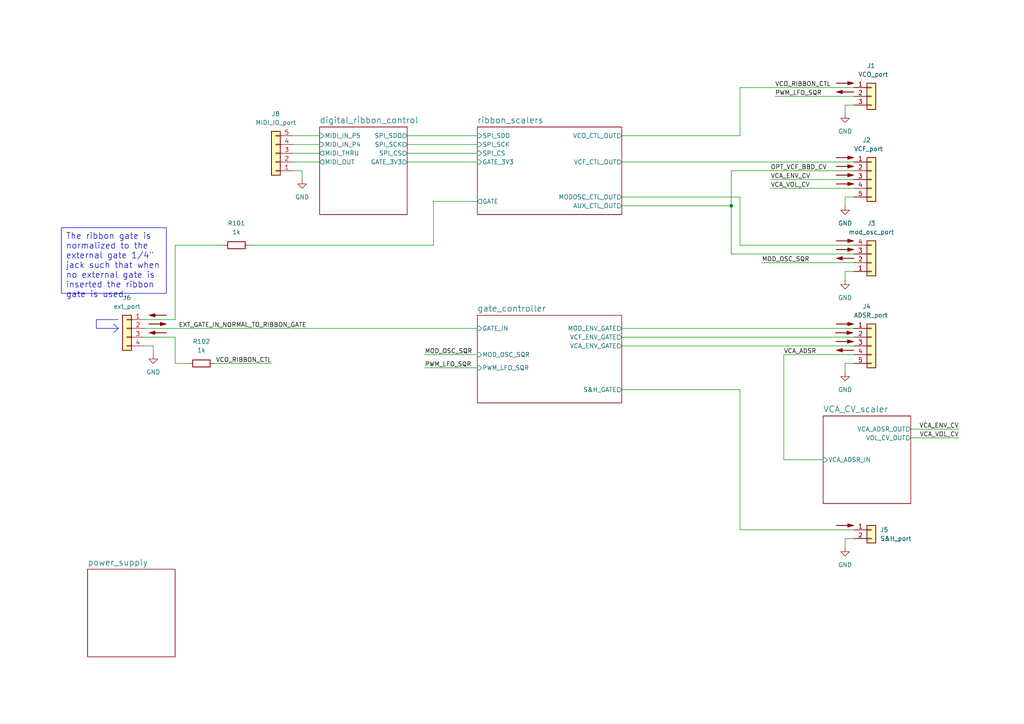
<source format=kicad_sch>
(kicad_sch (version 20230121) (generator eeschema)
  (paper "A4")
  (title_block (title "Josh Ox Ribbon Synth Ribbon board") (date "2023-03-10") (rev "1.0") (comment 1 "creativecommons.org/licences/by/4.0") (comment 2 "license: CC by 4.0") (comment 3 "Author: Jordan Aceto"))
  (lib_symbols
    (symbol "Connector_Generic:Conn_01x02" (pin_names (offset 1.016) hide)
      (property "Reference" "J" (at 0 2.54 0))
      (property "Value" "Conn_01x02" (at 0 -5.08 0))
      (symbol "Conn_01x02_1_1"
        (rectangle (start -1.27 -2.413) (end 0 -2.667) (stroke (width 0.1524)))
        (rectangle (start -1.27 0.127) (end 0 -0.127) (stroke (width 0.1524)))
        (rectangle (start -1.27 1.27) (end 1.27 -3.81) (stroke (width 0.254)) (fill (type background)))
        (pin passive line (at -5.08 0 0) (length 3.81) (name "Pin_1") (number "1"))
        (pin passive line (at -5.08 -2.54 0) (length 3.81) (name "Pin_2") (number "2"))
      )
    )
    (symbol "Connector_Generic:Conn_01x03" (pin_names (offset 1.016) hide)
      (property "Reference" "J" (at 0 5.08 0))
      (property "Value" "Conn_01x03" (at 0 -5.08 0))
      (symbol "Conn_01x03_1_1"
        (rectangle (start -1.27 -2.413) (end 0 -2.667) (stroke (width 0.1524)))
        (rectangle (start -1.27 0.127) (end 0 -0.127) (stroke (width 0.1524)))
        (rectangle (start -1.27 2.667) (end 0 2.413) (stroke (width 0.1524)))
        (rectangle (start -1.27 3.81) (end 1.27 -3.81) (stroke (width 0.254)) (fill (type background)))
        (pin passive line (at -5.08 2.54 0) (length 3.81) (name "Pin_1") (number "1"))
        (pin passive line (at -5.08 0 0) (length 3.81) (name "Pin_2") (number "2"))
        (pin passive line (at -5.08 -2.54 0) (length 3.81) (name "Pin_3") (number "3"))
      )
    )
    (symbol "Connector_Generic:Conn_01x04" (pin_names (offset 1.016) hide)
      (property "Reference" "J" (at 0 5.08 0))
      (property "Value" "Conn_01x04" (at 0 -7.62 0))
      (symbol "Conn_01x04_1_1"
        (rectangle (start -1.27 -4.953) (end 0 -5.207) (stroke (width 0.1524)))
        (rectangle (start -1.27 -2.413) (end 0 -2.667) (stroke (width 0.1524)))
        (rectangle (start -1.27 0.127) (end 0 -0.127) (stroke (width 0.1524)))
        (rectangle (start -1.27 2.667) (end 0 2.413) (stroke (width 0.1524)))
        (rectangle (start -1.27 3.81) (end 1.27 -6.35) (stroke (width 0.254)) (fill (type background)))
        (pin passive line (at -5.08 2.54 0) (length 3.81) (name "Pin_1") (number "1"))
        (pin passive line (at -5.08 0 0) (length 3.81) (name "Pin_2") (number "2"))
        (pin passive line (at -5.08 -2.54 0) (length 3.81) (name "Pin_3") (number "3"))
        (pin passive line (at -5.08 -5.08 0) (length 3.81) (name "Pin_4") (number "4"))
      )
    )
    (symbol "Connector_Generic:Conn_01x05" (pin_names (offset 1.016) hide)
      (property "Reference" "J" (at 0 7.62 0))
      (property "Value" "Conn_01x05" (at 0 -7.62 0))
      (symbol "Conn_01x05_1_1"
        (rectangle (start -1.27 -4.953) (end 0 -5.207) (stroke (width 0.1524)))
        (rectangle (start -1.27 -2.413) (end 0 -2.667) (stroke (width 0.1524)))
        (rectangle (start -1.27 0.127) (end 0 -0.127) (stroke (width 0.1524)))
        (rectangle (start -1.27 2.667) (end 0 2.413) (stroke (width 0.1524)))
        (rectangle (start -1.27 5.207) (end 0 4.953) (stroke (width 0.1524)))
        (rectangle (start -1.27 6.35) (end 1.27 -6.35) (stroke (width 0.254)) (fill (type background)))
        (pin passive line (at -5.08 5.08 0) (length 3.81) (name "Pin_1") (number "1"))
        (pin passive line (at -5.08 2.54 0) (length 3.81) (name "Pin_2") (number "2"))
        (pin passive line (at -5.08 0 0) (length 3.81) (name "Pin_3") (number "3"))
        (pin passive line (at -5.08 -2.54 0) (length 3.81) (name "Pin_4") (number "4"))
        (pin passive line (at -5.08 -5.08 0) (length 3.81) (name "Pin_5") (number "5"))
      )
    )
    (symbol "Device:R" (pin_numbers hide) (pin_names (offset 0))
      (property "Reference" "R" (at 2.032 0 90))
      (property "Value" "R" (at 0 0 90))
      (symbol "R_0_1"
        (rectangle (start -1.016 -2.54) (end 1.016 2.54) (stroke (width 0.254)))
      )
      (symbol "R_1_1"
        (pin passive line (at 0 3.81 270) (length 1.27) (name "~") (number "1"))
        (pin passive line (at 0 -3.81 90) (length 1.27) (name "~") (number "2"))
      )
    )
    (symbol "Graphic:SYM_Arrow_Normal" (in_bom no) (on_board no)
      (symbol "SYM_Arrow_Normal_0_1"
        (polyline (pts (xy 1.524 0) (xy -2.54 0)) (stroke (width 0.254)))
        (polyline (pts (xy 2.54 0) (xy 0.762 -0.508) (xy 0.762 0.508) (xy 2.54 0)) (fill (type outline)))
      )
    )
    (symbol "power:GND" (power) (pin_names (offset 0))
      (property "Value" "GND" (at 0 -3.81 0))
      (symbol "GND_0_1"
        (polyline (pts (xy 0 0) (xy 0 -1.27) (xy 1.27 -1.27) (xy 0 -2.54) (xy -1.27 -1.27) (xy 0 -1.27)))
      )
      (symbol "GND_1_1"
        (pin power_in line (at 0 0 270) (length 0) hide (name "GND") (number "1"))
      )
    )
  )
  (junction (at 212.09 59.69))
  (polyline (pts (xy 27.94 95.25) (xy 34.29 95.25)) (stroke (width 0) (type solid)))
  (wire (pts (xy 44.45 100.33) (xy 41.91 100.33)))
  (wire (pts (xy 87.63 49.53) (xy 85.09 49.53)))
  (wire (pts (xy 180.34 97.79) (xy 247.65 97.79)))
  (wire (pts (xy 214.63 39.37) (xy 214.63 25.4)))
  (wire (pts (xy 223.52 52.07) (xy 247.65 52.07)))
  (wire (pts (xy 214.63 113.03) (xy 214.63 153.67)))
  (wire (pts (xy 180.34 46.99) (xy 247.65 46.99)))
  (wire (pts (xy 118.11 41.91) (xy 138.43 41.91)))
  (wire (pts (xy 245.11 78.74) (xy 247.65 78.74)))
  (wire (pts (xy 245.11 30.48) (xy 245.11 33.02)))
  (wire (pts (xy 212.09 59.69) (xy 212.09 73.66)))
  (wire (pts (xy 50.8 105.41) (xy 54.61 105.41)))
  (wire (pts (xy 245.11 105.41) (xy 247.65 105.41)))
  (wire (pts (xy 85.09 46.99) (xy 92.71 46.99)))
  (wire (pts (xy 220.98 76.2) (xy 247.65 76.2)))
  (wire (pts (xy 278.13 124.46) (xy 264.16 124.46)))
  (wire (pts (xy 118.11 46.99) (xy 138.43 46.99)))
  (wire (pts (xy 245.11 156.21) (xy 247.65 156.21)))
  (wire (pts (xy 180.34 95.25) (xy 247.65 95.25)))
  (wire (pts (xy 118.11 44.45) (xy 138.43 44.45)))
  (wire (pts (xy 214.63 57.15) (xy 214.63 71.12)))
  (wire (pts (xy 85.09 39.37) (xy 92.71 39.37)))
  (wire (pts (xy 247.65 49.53) (xy 212.09 49.53)))
  (wire (pts (xy 180.34 59.69) (xy 212.09 59.69)))
  (wire (pts (xy 245.11 105.41) (xy 245.11 107.95)))
  (wire (pts (xy 247.65 71.12) (xy 214.63 71.12)))
  (polyline (pts (xy 27.94 92.71) (xy 27.94 95.25)) (stroke (width 0) (type solid)))
  (wire (pts (xy 245.11 30.48) (xy 247.65 30.48)))
  (wire (pts (xy 212.09 49.53) (xy 212.09 59.69)))
  (wire (pts (xy 44.45 100.33) (xy 44.45 102.87)))
  (polyline (pts (xy 34.29 92.71) (xy 27.94 92.71)) (stroke (width 0) (type solid)))
  (wire (pts (xy 224.79 27.94) (xy 247.65 27.94)))
  (wire (pts (xy 278.13 127) (xy 264.16 127)))
  (wire (pts (xy 87.63 52.07) (xy 87.63 49.53)))
  (wire (pts (xy 123.19 102.87) (xy 138.43 102.87)))
  (wire (pts (xy 180.34 113.03) (xy 214.63 113.03)))
  (wire (pts (xy 245.11 156.21) (xy 245.11 158.75)))
  (wire (pts (xy 212.09 73.66) (xy 247.65 73.66)))
  (wire (pts (xy 125.73 58.42) (xy 125.73 71.12)))
  (polyline (pts (xy 33.02 96.52) (xy 34.29 95.25)) (stroke (width 0) (type solid)))
  (wire (pts (xy 180.34 100.33) (xy 247.65 100.33)))
  (wire (pts (xy 214.63 57.15) (xy 180.34 57.15)))
  (wire (pts (xy 123.19 106.68) (xy 138.43 106.68)))
  (wire (pts (xy 62.23 105.41) (xy 78.74 105.41)))
  (wire (pts (xy 72.39 71.12) (xy 125.73 71.12)))
  (wire (pts (xy 41.91 95.25) (xy 138.43 95.25)))
  (wire (pts (xy 245.11 57.15) (xy 247.65 57.15)))
  (wire (pts (xy 41.91 92.71) (xy 50.8 92.71)))
  (wire (pts (xy 223.52 54.61) (xy 247.65 54.61)))
  (polyline (pts (xy 33.02 93.98) (xy 34.29 95.25)) (stroke (width 0) (type solid)))
  (wire (pts (xy 245.11 57.15) (xy 245.11 59.69)))
  (wire (pts (xy 50.8 97.79) (xy 50.8 105.41)))
  (wire (pts (xy 85.09 41.91) (xy 92.71 41.91)))
  (wire (pts (xy 227.33 133.35) (xy 227.33 102.87)))
  (wire (pts (xy 227.33 133.35) (xy 238.76 133.35)))
  (wire (pts (xy 41.91 97.79) (xy 50.8 97.79)))
  (wire (pts (xy 50.8 92.71) (xy 50.8 71.12)))
  (wire (pts (xy 245.11 78.74) (xy 245.11 81.28)))
  (wire (pts (xy 85.09 44.45) (xy 92.71 44.45)))
  (wire (pts (xy 214.63 153.67) (xy 247.65 153.67)))
  (wire (pts (xy 138.43 58.42) (xy 125.73 58.42)))
  (wire (pts (xy 118.11 39.37) (xy 138.43 39.37)))
  (wire (pts (xy 50.8 71.12) (xy 64.77 71.12)))
  (wire (pts (xy 227.33 102.87) (xy 247.65 102.87)))
  (wire (pts (xy 214.63 25.4) (xy 247.65 25.4)))
  (wire (pts (xy 214.63 39.37) (xy 180.34 39.37)))
  (text_box "The ribbon gate is normalized to the external gate 1/4\" jack such that when no external gate is inserted the ribbon gate is used." (at 17.78 66.04 0) (size 30.48 19.05) (effects (font (size 1.75 1.75)) (justify left top)))
  (label "PWM_LFO_SQR" (at 224.79 27.94 0))
  (label "OPT_VCF_BBD_CV" (at 223.52 49.53 0))
  (label "VCO_RIBBON_CTL" (at 224.79 25.4 0))
  (label "VCA_ENV_CV" (at 223.52 52.07 0))
  (label "VCA_VOL_CV" (at 278.13 127 180))
  (label "MOD_OSC_SQR" (at 220.98 76.2 0))
  (label "VCA_ADSR" (at 227.33 102.87 0))
  (label "EXT_GATE_IN_NORMAL_TO_RIBBON_GATE" (at 88.9 95.25 180))
  (label "MOD_OSC_SQR" (at 123.19 102.87 0))
  (label "VCA_ENV_CV" (at 278.13 124.46 180))
  (label "PWM_LFO_SQR" (at 123.19 106.68 0))
  (label "VCA_VOL_CV" (at 223.52 54.61 0))
  (label "VCO_RIBBON_CTL" (at 78.74 105.41 180))
  (symbol (lib_id "Graphic:SYM_Arrow_Normal") (at 45.72 96.52 180) (unit 1)
    (property "Reference" "#SYM103" (effects hide))
    (property "Value" "SYM_Arrow_Normal" (effects hide))
    (property "Sim.Enable" "0" (effects hide))
  )
  (symbol (lib_id "power:GND") (at 44.45 102.87 0) (mirror y) (unit 1)
    (property "Reference" "#PWR0101" (effects hide))
    (property "Value" "GND" (at 44.45 107.95 0))
  )
  (symbol (lib_id "Device:R") (at 68.58 71.12 90) (unit 1)
    (property "Reference" "R101" (at 68.58 64.77 90))
    (property "Value" "1k" (at 68.58 67.31 90))
    (property "Footprint" "Resistor_SMD:R_0805_2012Metric" (effects hide))
  )
  (symbol (lib_id "Device:R") (at 58.42 105.41 90) (unit 1)
    (property "Reference" "R102" (at 58.42 99.06 90))
    (property "Value" "1k" (at 58.42 101.6 90))
    (property "Footprint" "Resistor_SMD:R_0805_2012Metric" (effects hide))
  )
  (symbol (lib_id "Connector_Generic:Conn_01x02") (at 252.73 153.67 0) (unit 1)
    (property "Reference" "J5" (at 255.27 153.6699 0) (effects (justify left)))
    (property "Value" "S&H_port" (at 255.27 156.2099 0) (effects (justify left)))
    (property "Footprint" "Connector_Molex:Molex_KK-254_AE-6410-02A_1x02_P2.54mm_Vertical" (effects hide))
  )
  (symbol (lib_id "Graphic:SYM_Arrow_Normal") (at 245.11 93.98 0) (unit 1)
    (property "Reference" "#SYM114" (effects hide))
    (property "Value" "SYM_Arrow_Normal" (effects hide))
    (property "Sim.Enable" "0" (effects hide))
  )
  (symbol (lib_id "Connector_Generic:Conn_01x04") (at 252.73 76.2 0) (mirror x) (unit 1)
    (property "Reference" "J3" (at 252.73 64.77 0))
    (property "Value" "mod_osc_port" (at 252.73 67.31 0))
    (property "Footprint" "Connector_Molex:Molex_KK-254_AE-6410-04A_1x04_P2.54mm_Vertical" (effects hide))
  )
  (symbol (lib_id "Graphic:SYM_Arrow_Normal") (at 245.0388 99.06 0) (unit 1)
    (property "Reference" "#SYM105" (effects hide))
    (property "Value" "SYM_Arrow_Normal" (effects hide))
    (property "Sim.Enable" "0" (effects hide))
  )
  (symbol (lib_id "Graphic:SYM_Arrow_Normal") (at 245.11 74.93 180) (unit 1)
    (property "Reference" "#SYM113" (effects hide))
    (property "Value" "SYM_Arrow_Normal" (effects hide))
    (property "Sim.Enable" "0" (effects hide))
  )
  (symbol (lib_id "Graphic:SYM_Arrow_Normal") (at 245.11 69.85 0) (unit 1)
    (property "Reference" "#SYM112" (effects hide))
    (property "Value" "SYM_Arrow_Normal" (effects hide))
    (property "Sim.Enable" "0" (effects hide))
  )
  (symbol (lib_id "power:GND") (at 245.11 59.69 0) (unit 1)
    (property "Reference" "#PWR0103" (effects hide))
    (property "Value" "GND" (at 245.11 64.77 0))
  )
  (symbol (lib_id "power:GND") (at 87.63 52.07 0) (unit 1)
    (property "Reference" "#PWR0107" (effects hide))
    (property "Value" "GND" (at 87.63 57.15 0))
  )
  (symbol (lib_id "Connector_Generic:Conn_01x05") (at 252.73 52.07 0) (unit 1)
    (property "Reference" "J2" (at 250.19 40.64 0) (effects (justify left)))
    (property "Value" "VCF_port" (at 247.65 43.18 0) (effects (justify left)))
    (property "Footprint" "Connector_Molex:Molex_KK-254_AE-6410-05A_1x05_P2.54mm_Vertical" (effects hide))
  )
  (symbol (lib_id "Graphic:SYM_Arrow_Normal") (at 45.72 93.98 0) (unit 1)
    (property "Reference" "#SYM102" (effects hide))
    (property "Value" "SYM_Arrow_Normal" (effects hide))
    (property "Sim.Enable" "0" (effects hide))
  )
  (symbol (lib_id "Connector_Generic:Conn_01x05") (at 80.01 44.45 180) (unit 1)
    (property "Reference" "J8" (at 80.01 33.02 0))
    (property "Value" "MIDI_IO_port" (at 80.01 35.56 0))
    (property "Footprint" "Connector_Molex:Molex_KK-254_AE-6410-05A_1x05_P2.54mm_Vertical" (effects hide))
  )
  (symbol (lib_id "Connector_Generic:Conn_01x05") (at 252.73 100.33 0) (unit 1)
    (property "Reference" "J4" (at 250.19 88.9 0) (effects (justify left)))
    (property "Value" "ADSR_port" (at 247.65 91.44 0) (effects (justify left)))
    (property "Footprint" "Connector_Molex:Molex_KK-254_AE-6410-05A_1x05_P2.54mm_Vertical" (effects hide))
  )
  (symbol (lib_id "Graphic:SYM_Arrow_Normal") (at 245.0968 50.8 0) (unit 1)
    (property "Reference" "#SYM106" (effects hide))
    (property "Value" "SYM_Arrow_Normal" (effects hide))
    (property "Sim.Enable" "0" (effects hide))
  )
  (symbol (lib_id "Graphic:SYM_Arrow_Normal") (at 245.11 45.72 0) (unit 1)
    (property "Reference" "#SYM109" (effects hide))
    (property "Value" "SYM_Arrow_Normal" (effects hide))
    (property "Sim.Enable" "0" (effects hide))
  )
  (symbol (lib_id "power:GND") (at 245.11 158.75 0) (unit 1)
    (property "Reference" "#PWR0106" (effects hide))
    (property "Value" "GND" (at 245.11 163.83 0))
  )
  (symbol (lib_id "Graphic:SYM_Arrow_Normal") (at 245.11 72.39 0) (unit 1)
    (property "Reference" "#SYM1" (effects hide))
    (property "Value" "SYM_Arrow_Normal" (effects hide))
    (property "Sim.Enable" "0" (effects hide))
  )
  (symbol (lib_id "Graphic:SYM_Arrow_Normal") (at 244.8737 96.52 0) (unit 1)
    (property "Reference" "#SYM104" (effects hide))
    (property "Value" "SYM_Arrow_Normal" (effects hide))
    (property "Sim.Enable" "0" (effects hide))
  )
  (symbol (lib_id "power:GND") (at 245.11 81.28 0) (unit 1)
    (property "Reference" "#PWR0104" (effects hide))
    (property "Value" "GND" (at 245.11 86.36 0))
  )
  (symbol (lib_id "Connector_Generic:Conn_01x03") (at 252.73 27.94 0) (unit 1)
    (property "Reference" "J1" (at 251.46 19.05 0) (effects (justify left)))
    (property "Value" "VCO_port" (at 248.92 21.59 0) (effects (justify left)))
    (property "Footprint" "Connector_Molex:Molex_KK-254_AE-6410-03A_1x03_P2.54mm_Vertical" (effects hide))
  )
  (symbol (lib_id "Graphic:SYM_Arrow_Normal") (at 245.11 53.34 0) (unit 1)
    (property "Reference" "#SYM111" (effects hide))
    (property "Value" "SYM_Arrow_Normal" (effects hide))
    (property "Sim.Enable" "0" (effects hide))
  )
  (symbol (lib_id "Connector_Generic:Conn_01x04") (at 36.83 95.25 0) (mirror y) (unit 1)
    (property "Reference" "J6" (at 36.83 86.36 0))
    (property "Value" "ext_port" (at 36.83 88.9 0))
    (property "Footprint" "Connector_Molex:Molex_KK-254_AE-6410-04A_1x04_P2.54mm_Vertical" (effects hide))
  )
  (symbol (lib_id "Graphic:SYM_Arrow_Normal") (at 245.11 101.6 180) (unit 1)
    (property "Reference" "#SYM115" (effects hide))
    (property "Value" "SYM_Arrow_Normal" (effects hide))
    (property "Sim.Enable" "0" (effects hide))
  )
  (symbol (lib_id "Graphic:SYM_Arrow_Normal") (at 245.11 26.67 180) (unit 1)
    (property "Reference" "#SYM108" (effects hide))
    (property "Value" "SYM_Arrow_Normal" (effects hide))
    (property "Sim.Enable" "0" (effects hide))
  )
  (symbol (lib_id "power:GND") (at 245.11 33.02 0) (unit 1)
    (property "Reference" "#PWR0102" (effects hide))
    (property "Value" "GND" (at 245.11 38.1 0))
  )
  (symbol (lib_id "Graphic:SYM_Arrow_Normal") (at 45.72 91.44 180) (unit 1)
    (property "Reference" "#SYM101" (effects hide))
    (property "Value" "SYM_Arrow_Normal" (effects hide))
    (property "Sim.Enable" "0" (effects hide))
  )
  (symbol (lib_id "Graphic:SYM_Arrow_Normal") (at 245.11 152.4 0) (unit 1)
    (property "Reference" "#SYM116" (effects hide))
    (property "Value" "SYM_Arrow_Normal" (effects hide))
    (property "Sim.Enable" "0" (effects hide))
  )
  (symbol (lib_id "Graphic:SYM_Arrow_Normal") (at 245.11 48.26 0) (unit 1)
    (property "Reference" "#SYM110" (effects hide))
    (property "Value" "SYM_Arrow_Normal" (effects hide))
    (property "Sim.Enable" "0" (effects hide))
  )
  (symbol (lib_id "Graphic:SYM_Arrow_Normal") (at 245.11 24.13 0) (unit 1)
    (property "Reference" "#SYM107" (effects hide))
    (property "Value" "SYM_Arrow_Normal" (effects hide))
    (property "Sim.Enable" "0" (effects hide))
  )
  (symbol (lib_id "power:GND") (at 245.11 107.95 0) (unit 1)
    (property "Reference" "#PWR0105" (effects hide))
    (property "Value" "GND" (at 245.11 113.03 0))
  )
  (sheet (at 92.71 36.83) (size 25.4 25.4) (stroke (width 0.1524))
    (property "Sheetname" "digital_ribbon_control" (at 92.71 35.8784 0) (effects (font (size 1.75 1.75)) (justify left bottom)))
    (property "Sheetfile" "microcontroller.kicad_sch" (effects hide))
    (pin "SPI_SDO" output (at 118.11 39.37 0))
    (pin "SPI_SCK" output (at 118.11 41.91 0))
    (pin "SPI_CS" output (at 118.11 44.45 0))
    (pin "GATE_3V3" output (at 118.11 46.99 0))
    (pin "MIDI_IN_P5" input (at 92.71 39.37 180))
    (pin "MIDI_IN_P4" input (at 92.71 41.91 180))
    (pin "MIDI_THRU" output (at 92.71 44.45 180))
    (pin "MIDI_OUT" output (at 92.71 46.99 180))
  )
  (sheet (at 25.4 165.1) (size 25.4 25.4) (stroke (width 0.1524))
    (property "Sheetname" "power_supply" (at 25.4 164.1484 0) (effects (font (size 1.75 1.75)) (justify left bottom)))
    (property "Sheetfile" "power_supply.kicad_sch" (effects hide))
  )
  (sheet (at 238.76 120.65) (size 25.4 25.4) (stroke (width 0.1524))
    (property "Sheetname" "VCA_CV_scaler" (at 238.76 119.6984 0) (effects (font (size 1.75 1.75)) (justify left bottom)))
    (property "Sheetfile" "VCA_CV_scaler.kicad_sch" (effects hide))
    (pin "VCA_ADSR_IN" input (at 238.76 133.35 180))
    (pin "VCA_ADSR_OUT" output (at 264.16 124.46 0))
    (pin "VOL_CV_OUT" output (at 264.16 127 0))
  )
  (sheet (at 138.43 91.44) (size 41.91 25.4) (stroke (width 0.1524))
    (property "Sheetname" "gate_controller" (at 138.43 90.4884 0) (effects (font (size 1.75 1.75)) (justify left bottom)))
    (property "Sheetfile" "gate_controller.kicad_sch" (effects hide))
    (pin "GATE_IN" input (at 138.43 95.25 180))
    (pin "MOD_OSC_SQR" input (at 138.43 102.87 180))
    (pin "PWM_LFO_SQR" input (at 138.43 106.68 180))
    (pin "VCF_ENV_GATE" output (at 180.34 97.79 0))
    (pin "MOD_ENV_GATE" output (at 180.34 95.25 0))
    (pin "VCA_ENV_GATE" output (at 180.34 100.33 0))
    (pin "S&H_GATE" output (at 180.34 113.03 0))
  )
  (sheet (at 138.43 36.83) (size 41.91 25.4) (stroke (width 0.1524))
    (property "Sheetname" "ribbon_scalers" (at 138.43 35.8784 0) (effects (font (size 1.75 1.75)) (justify left bottom)))
    (property "Sheetfile" "ribbon_scalers.kicad_sch" (effects hide))
    (pin "VCF_CTL_OUT" output (at 180.34 46.99 0))
    (pin "MODOSC_CTL_OUT" output (at 180.34 57.15 0))
    (pin "VCO_CTL_OUT" output (at 180.34 39.37 0))
    (pin "GATE" output (at 138.43 58.42 180))
    (pin "GATE_3V3" input (at 138.43 46.99 180))
    (pin "SPI_CS" input (at 138.43 44.45 180))
    (pin "SPI_SDO" input (at 138.43 39.37 180))
    (pin "SPI_SCK" input (at 138.43 41.91 180))
    (pin "AUX_CTL_OUT" output (at 180.34 59.69 0))
  )
)
</source>
